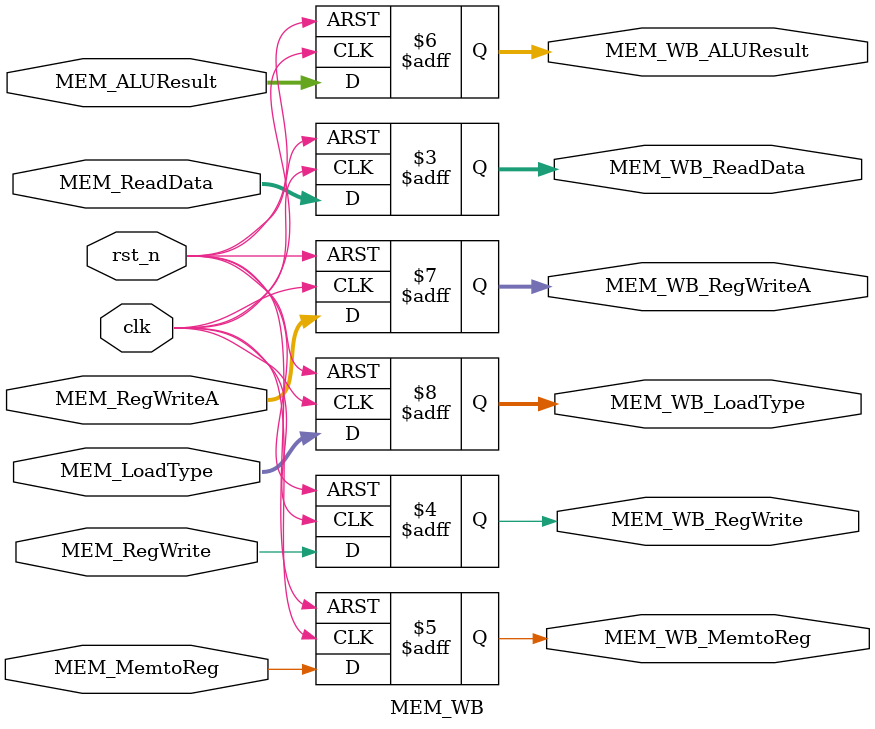
<source format=v>
module MEM_WB(
	input clk,
	input rst_n,
	input [31:0]MEM_ReadData,
	input MEM_RegWrite,
	input MEM_MemtoReg,
	input [31:0]MEM_ALUResult,
	input [4:0]MEM_RegWriteA,
	input [3:0]MEM_LoadType,
	output reg [31:0]MEM_WB_ReadData,
	output reg MEM_WB_RegWrite,
	output reg MEM_WB_MemtoReg,
	output reg [31:0]MEM_WB_ALUResult,
	output reg [4:0]MEM_WB_RegWriteA,
	output reg [3:0]MEM_WB_LoadType
    );
always@(posedge clk or negedge rst_n)
	if(~rst_n) begin
		MEM_WB_ReadData<=0;
		MEM_WB_RegWrite<=0;
		MEM_WB_MemtoReg<=0;
		MEM_WB_ALUResult<=0;
		MEM_WB_RegWriteA<=0;
		MEM_WB_LoadType<=0;
	end
	else begin
		MEM_WB_ReadData<=MEM_ReadData;
		MEM_WB_RegWrite<=MEM_RegWrite;
		MEM_WB_MemtoReg<=MEM_MemtoReg;
		MEM_WB_ALUResult<=MEM_ALUResult;
		MEM_WB_RegWriteA<=MEM_RegWriteA;
		MEM_WB_LoadType<=MEM_LoadType;
	end

endmodule

</source>
